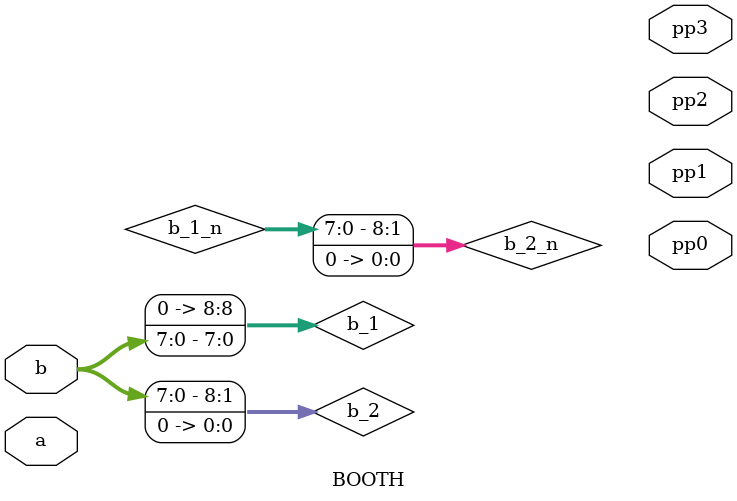
<source format=v>
module BOOTH
	(input [7:0] a, b,
   output [11:0] pp0,
   output [12:2] pp1,
   output [14:4] pp2,
   output [15:6] pp3);
  
  wire [8:0] b_2 = {b, 1'b0};
  wire [8:0] b_1 = {1'b0, b};
  wire [8:0] b_1_n, b_2_n;
  
  NEG neg
  (.a (b),
  .s (b_1_n[7:0]),
  .c_out (b_1_n[8]));
  
  wire [2:0] sel0, sel1, sel2, sel3;
  wire [8:0] pp0t, pp1t, pp2t, pp3t;
  
  assign b_2_n = {b_1_n[7:0], 1'b0};
  
  BOOTH_ENC benc0
  (.x ({a[1:0],1'b0}),
  .sel (sel0));
  
  genvar i;
  generate
    for (i = 0; i < 9; i=i+1) begin
      BOOTH_SEL bsel0
      (.sel (sel0),
      .b_2 (b_2[i]),
      .b (b[i]),
      .pp (pp0t[i]));
    end
  endgenerate
  
  BOOTH_ENC benc1
  (.x (a[3:1]),
  .sel (sel1));
  
  generate
    for (i = 0; i < 9; i=i+1) begin
      BOOTH_SEL bsel1
      (.sel (sel1),
      .b_2 (b_2[i]),
      .b (b[i]),
      .pp (pp1t[i]));
    end
  endgenerate
  
  BOOTH_ENC benc2
  (.x (a[5:3]),
  .sel (sel2));
  
  generate
    for (i = 0; i < 9; i=i+1) begin
      BOOTH_SEL bsel2
      (.sel (sel2),
      .b_2 (b_2[i]),
      .b (b[i]),
      .pp (pp2t[i]));
    end
  endgenerate
  
  BOOTH_ENC benc3
  (.x (a[7:5]),
  .sel (sel3));
  
  generate
    for (i = 0; i < 9; i=i+1) begin
      BOOTH_SEL bsel3
      (.sel (sel3),
      .b_2 (b_2[i]),
      .b (b[i]),
      .pp (pp3t[i]));
    end
  endgenerate
  
endmodule
</source>
